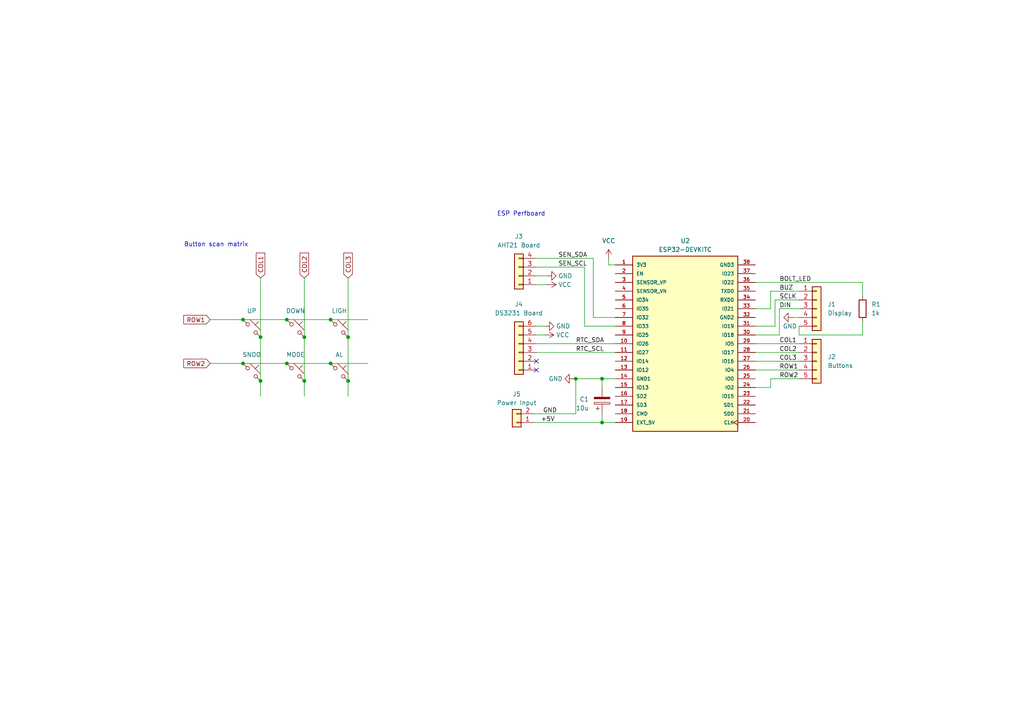
<source format=kicad_sch>
(kicad_sch (version 20230121) (generator eeschema)
  (paper "A4")
  (lib_symbols
    (symbol "Connector_Generic:Conn_01x02" (pin_names (offset 1.016) hide)
      (property "Reference" "J" (at 0 2.54 0))
      (property "Value" "Conn_01x02" (at 0 -5.08 0))
      (symbol "Conn_01x02_1_1"
        (rectangle (start -1.27 -2.413) (end 0 -2.667) (stroke (width 0.1524)))
        (rectangle (start -1.27 0.127) (end 0 -0.127) (stroke (width 0.1524)))
        (rectangle (start -1.27 1.27) (end 1.27 -3.81) (stroke (width 0.254)) (fill (type background)))
        (pin passive line (at -5.08 0 0) (length 3.81) (name "Pin_1") (number "1"))
        (pin passive line (at -5.08 -2.54 0) (length 3.81) (name "Pin_2") (number "2"))
      )
    )
    (symbol "Connector_Generic:Conn_01x04" (pin_names (offset 1.016) hide)
      (property "Reference" "J" (at 0 5.08 0))
      (property "Value" "Conn_01x04" (at 0 -7.62 0))
      (symbol "Conn_01x04_1_1"
        (rectangle (start -1.27 -4.953) (end 0 -5.207) (stroke (width 0.1524)))
        (rectangle (start -1.27 -2.413) (end 0 -2.667) (stroke (width 0.1524)))
        (rectangle (start -1.27 0.127) (end 0 -0.127) (stroke (width 0.1524)))
        (rectangle (start -1.27 2.667) (end 0 2.413) (stroke (width 0.1524)))
        (rectangle (start -1.27 3.81) (end 1.27 -6.35) (stroke (width 0.254)) (fill (type background)))
        (pin passive line (at -5.08 2.54 0) (length 3.81) (name "Pin_1") (number "1"))
        (pin passive line (at -5.08 0 0) (length 3.81) (name "Pin_2") (number "2"))
        (pin passive line (at -5.08 -2.54 0) (length 3.81) (name "Pin_3") (number "3"))
        (pin passive line (at -5.08 -5.08 0) (length 3.81) (name "Pin_4") (number "4"))
      )
    )
    (symbol "Connector_Generic:Conn_01x05" (pin_names (offset 1.016) hide)
      (property "Reference" "J" (at 0 7.62 0))
      (property "Value" "Conn_01x05" (at 0 -7.62 0))
      (symbol "Conn_01x05_1_1"
        (rectangle (start -1.27 -4.953) (end 0 -5.207) (stroke (width 0.1524)))
        (rectangle (start -1.27 -2.413) (end 0 -2.667) (stroke (width 0.1524)))
        (rectangle (start -1.27 0.127) (end 0 -0.127) (stroke (width 0.1524)))
        (rectangle (start -1.27 2.667) (end 0 2.413) (stroke (width 0.1524)))
        (rectangle (start -1.27 5.207) (end 0 4.953) (stroke (width 0.1524)))
        (rectangle (start -1.27 6.35) (end 1.27 -6.35) (stroke (width 0.254)) (fill (type background)))
        (pin passive line (at -5.08 5.08 0) (length 3.81) (name "Pin_1") (number "1"))
        (pin passive line (at -5.08 2.54 0) (length 3.81) (name "Pin_2") (number "2"))
        (pin passive line (at -5.08 0 0) (length 3.81) (name "Pin_3") (number "3"))
        (pin passive line (at -5.08 -2.54 0) (length 3.81) (name "Pin_4") (number "4"))
        (pin passive line (at -5.08 -5.08 0) (length 3.81) (name "Pin_5") (number "5"))
      )
    )
    (symbol "Connector_Generic:Conn_01x06" (pin_names (offset 1.016) hide)
      (property "Reference" "J" (at 0 7.62 0))
      (property "Value" "Conn_01x06" (at 0 -10.16 0))
      (symbol "Conn_01x06_1_1"
        (rectangle (start -1.27 -7.493) (end 0 -7.747) (stroke (width 0.1524)))
        (rectangle (start -1.27 -4.953) (end 0 -5.207) (stroke (width 0.1524)))
        (rectangle (start -1.27 -2.413) (end 0 -2.667) (stroke (width 0.1524)))
        (rectangle (start -1.27 0.127) (end 0 -0.127) (stroke (width 0.1524)))
        (rectangle (start -1.27 2.667) (end 0 2.413) (stroke (width 0.1524)))
        (rectangle (start -1.27 5.207) (end 0 4.953) (stroke (width 0.1524)))
        (rectangle (start -1.27 6.35) (end 1.27 -8.89) (stroke (width 0.254)) (fill (type background)))
        (pin passive line (at -5.08 5.08 0) (length 3.81) (name "Pin_1") (number "1"))
        (pin passive line (at -5.08 2.54 0) (length 3.81) (name "Pin_2") (number "2"))
        (pin passive line (at -5.08 0 0) (length 3.81) (name "Pin_3") (number "3"))
        (pin passive line (at -5.08 -2.54 0) (length 3.81) (name "Pin_4") (number "4"))
        (pin passive line (at -5.08 -5.08 0) (length 3.81) (name "Pin_5") (number "5"))
        (pin passive line (at -5.08 -7.62 0) (length 3.81) (name "Pin_6") (number "6"))
      )
    )
    (symbol "Custom:ESP32-DEVKITC" (pin_names (offset 1.016))
      (property "Reference" "U" (at -15.2572 26.0643 0))
      (property "Value" "ESP32-DEVKITC" (at -15.2563 -27.9698 0))
      (symbol "ESP32-DEVKITC_0_0"
        (rectangle (start -15.24 -25.4) (end 15.24 25.4) (stroke (width 0.254)) (fill (type background)))
        (pin power_in line (at -20.32 22.86 0) (length 5.08) (name "3V3") (number "1"))
        (pin bidirectional line (at -20.32 0 0) (length 5.08) (name "IO26") (number "10"))
        (pin bidirectional line (at -20.32 -2.54 0) (length 5.08) (name "IO27") (number "11"))
        (pin bidirectional line (at -20.32 -5.08 0) (length 5.08) (name "IO14") (number "12"))
        (pin bidirectional line (at -20.32 -7.62 0) (length 5.08) (name "IO12") (number "13"))
        (pin power_in line (at -20.32 -10.16 0) (length 5.08) (name "GND1") (number "14"))
        (pin bidirectional line (at -20.32 -12.7 0) (length 5.08) (name "IO13") (number "15"))
        (pin bidirectional line (at -20.32 -15.24 0) (length 5.08) (name "SD2") (number "16"))
        (pin bidirectional line (at -20.32 -17.78 0) (length 5.08) (name "SD3") (number "17"))
        (pin bidirectional line (at -20.32 -20.32 0) (length 5.08) (name "CMD") (number "18"))
        (pin power_in line (at -20.32 -22.86 0) (length 5.08) (name "EXT_5V") (number "19"))
        (pin input line (at -20.32 20.32 0) (length 5.08) (name "EN") (number "2"))
        (pin input clock (at 20.32 -22.86 180) (length 5.08) (name "CLK") (number "20"))
        (pin bidirectional line (at 20.32 -20.32 180) (length 5.08) (name "SD0") (number "21"))
        (pin bidirectional line (at 20.32 -17.78 180) (length 5.08) (name "SD1") (number "22"))
        (pin bidirectional line (at 20.32 -15.24 180) (length 5.08) (name "IO15") (number "23"))
        (pin bidirectional line (at 20.32 -12.7 180) (length 5.08) (name "IO2") (number "24"))
        (pin bidirectional line (at 20.32 -10.16 180) (length 5.08) (name "IO0") (number "25"))
        (pin bidirectional line (at 20.32 -7.62 180) (length 5.08) (name "IO4") (number "26"))
        (pin bidirectional line (at 20.32 -5.08 180) (length 5.08) (name "IO16") (number "27"))
        (pin bidirectional line (at 20.32 -2.54 180) (length 5.08) (name "IO17") (number "28"))
        (pin bidirectional line (at 20.32 0 180) (length 5.08) (name "IO5") (number "29"))
        (pin input line (at -20.32 17.78 0) (length 5.08) (name "SENSOR_VP") (number "3"))
        (pin bidirectional line (at 20.32 2.54 180) (length 5.08) (name "IO18") (number "30"))
        (pin bidirectional line (at 20.32 5.08 180) (length 5.08) (name "IO19") (number "31"))
        (pin power_in line (at 20.32 7.62 180) (length 5.08) (name "GND2") (number "32"))
        (pin bidirectional line (at 20.32 10.16 180) (length 5.08) (name "IO21") (number "33"))
        (pin input line (at 20.32 12.7 180) (length 5.08) (name "RXD0") (number "34"))
        (pin output line (at 20.32 15.24 180) (length 5.08) (name "TXD0") (number "35"))
        (pin bidirectional line (at 20.32 17.78 180) (length 5.08) (name "IO22") (number "36"))
        (pin bidirectional line (at 20.32 20.32 180) (length 5.08) (name "IO23") (number "37"))
        (pin power_in line (at 20.32 22.86 180) (length 5.08) (name "GND3") (number "38"))
        (pin input line (at -20.32 15.24 0) (length 5.08) (name "SENSOR_VN") (number "4"))
        (pin bidirectional line (at -20.32 12.7 0) (length 5.08) (name "IO34") (number "5"))
        (pin bidirectional line (at -20.32 10.16 0) (length 5.08) (name "IO35") (number "6"))
        (pin bidirectional line (at -20.32 7.62 0) (length 5.08) (name "IO32") (number "7"))
        (pin bidirectional line (at -20.32 5.08 0) (length 5.08) (name "IO33") (number "8"))
        (pin bidirectional line (at -20.32 2.54 0) (length 5.08) (name "IO25") (number "9"))
      )
    )
    (symbol "Device:C_Polarized" (pin_numbers hide) (pin_names (offset 0.254))
      (property "Reference" "C" (at 0.635 2.54 0))
      (property "Value" "C_Polarized" (at 0.635 -2.54 0))
      (symbol "C_Polarized_0_1"
        (rectangle (start -2.286 0.508) (end 2.286 1.016))
        (polyline (pts (xy -1.778 2.286) (xy -0.762 2.286)))
        (polyline (pts (xy -1.27 2.794) (xy -1.27 1.778)))
        (rectangle (start 2.286 -0.508) (end -2.286 -1.016) (fill (type outline)))
      )
      (symbol "C_Polarized_1_1"
        (pin passive line (at 0 3.81 270) (length 2.794) (name "~") (number "1"))
        (pin passive line (at 0 -3.81 90) (length 2.794) (name "~") (number "2"))
      )
    )
    (symbol "Device:R" (pin_numbers hide) (pin_names (offset 0))
      (property "Reference" "R" (at 2.032 0 90))
      (property "Value" "R" (at 0 0 90))
      (symbol "R_0_1"
        (rectangle (start -1.016 -2.54) (end 1.016 2.54) (stroke (width 0.254)))
      )
      (symbol "R_1_1"
        (pin passive line (at 0 3.81 270) (length 1.27) (name "~") (number "1"))
        (pin passive line (at 0 -3.81 90) (length 1.27) (name "~") (number "2"))
      )
    )
    (symbol "Switch:SW_Push_45deg" (pin_numbers hide) (pin_names (offset 1.016) hide)
      (property "Reference" "SW" (at 3.048 1.016 0))
      (property "Value" "SW_Push_45deg" (at 0 -3.81 0))
      (symbol "SW_Push_45deg_0_1"
        (circle (center -1.1684 1.1684) (radius 0.508))
        (polyline (pts (xy -0.508 2.54) (xy 2.54 -0.508)))
        (polyline (pts (xy 1.016 1.016) (xy 2.032 2.032)))
        (polyline (pts (xy -2.54 2.54) (xy -1.524 1.524) (xy -1.524 1.524)))
        (polyline (pts (xy 1.524 -1.524) (xy 2.54 -2.54) (xy 2.54 -2.54) (xy 2.54 -2.54)))
        (circle (center 1.143 -1.1938) (radius 0.508))
        (pin passive line (at -2.54 2.54 0) (length 0) (name "1") (number "1"))
        (pin passive line (at 2.54 -2.54 180) (length 0) (name "2") (number "2"))
      )
    )
    (symbol "power:GND" (power) (pin_names (offset 0))
      (property "Value" "GND" (at 0 -3.81 0))
      (symbol "GND_0_1"
        (polyline (pts (xy 0 0) (xy 0 -1.27) (xy 1.27 -1.27) (xy 0 -2.54) (xy -1.27 -1.27) (xy 0 -1.27)))
      )
      (symbol "GND_1_1"
        (pin power_in line (at 0 0 270) (length 0) hide (name "GND") (number "1"))
      )
    )
    (symbol "power:VCC" (power) (pin_names (offset 0))
      (property "Value" "VCC" (at 0 3.81 0))
      (symbol "VCC_0_1"
        (polyline (pts (xy -0.762 1.27) (xy 0 2.54)))
        (polyline (pts (xy 0 0) (xy 0 2.54)))
        (polyline (pts (xy 0 2.54) (xy 0.762 1.27)))
      )
      (symbol "VCC_1_1"
        (pin power_in line (at 0 0 90) (length 0) hide (name "VCC") (number "1"))
      )
    )
  )
  (junction (at 100.965 97.79))
  (junction (at 70.485 105.41))
  (junction (at 75.565 97.79))
  (junction (at 100.965 110.49))
  (junction (at 83.185 92.71))
  (junction (at 83.185 105.41))
  (junction (at 70.485 92.71))
  (junction (at 95.885 105.41))
  (junction (at 75.565 110.49))
  (junction (at 95.885 92.71))
  (junction (at 174.625 109.855))
  (junction (at 167.005 109.855))
  (junction (at 88.265 97.79))
  (junction (at 88.265 110.49))
  (junction (at 174.625 122.555))
  (no_connect (at 155.575 107.315))
  (no_connect (at 155.575 104.775))
  (wire (pts (xy 155.575 99.695) (xy 178.435 99.695)))
  (wire (pts (xy 224.79 94.615) (xy 219.075 94.615)))
  (wire (pts (xy 174.625 122.555) (xy 178.435 122.555)))
  (wire (pts (xy 174.625 120.015) (xy 174.625 122.555)))
  (wire (pts (xy 75.565 97.79) (xy 75.565 110.49)))
  (wire (pts (xy 155.575 97.155) (xy 158.115 97.155)))
  (wire (pts (xy 158.115 94.615) (xy 155.575 94.615)))
  (wire (pts (xy 223.52 112.395) (xy 223.52 109.855)))
  (wire (pts (xy 219.075 102.235) (xy 231.775 102.235)))
  (wire (pts (xy 155.575 102.235) (xy 178.435 102.235)))
  (wire (pts (xy 174.625 109.855) (xy 178.435 109.855)))
  (wire (pts (xy 155.575 77.47) (xy 169.545 77.47)))
  (wire (pts (xy 100.965 80.645) (xy 100.965 97.79)))
  (wire (pts (xy 154.94 120.015) (xy 167.005 120.015)))
  (wire (pts (xy 219.075 99.695) (xy 231.775 99.695)))
  (wire (pts (xy 231.775 97.155) (xy 231.775 94.615)))
  (wire (pts (xy 250.19 81.915) (xy 250.19 85.725)))
  (wire (pts (xy 169.545 94.615) (xy 178.435 94.615)))
  (wire (pts (xy 226.06 89.535) (xy 231.775 89.535)))
  (wire (pts (xy 75.565 80.645) (xy 75.565 97.79)))
  (wire (pts (xy 166.37 109.855) (xy 167.005 109.855)))
  (wire (pts (xy 229.87 92.075) (xy 231.775 92.075)))
  (wire (pts (xy 223.52 109.855) (xy 231.775 109.855)))
  (wire (pts (xy 169.545 77.47) (xy 169.545 94.615)))
  (wire (pts (xy 88.265 80.645) (xy 88.265 97.79)))
  (wire (pts (xy 224.79 86.995) (xy 224.79 94.615)))
  (wire (pts (xy 60.96 105.41) (xy 70.485 105.41)))
  (wire (pts (xy 219.075 104.775) (xy 231.775 104.775)))
  (wire (pts (xy 167.005 120.015) (xy 167.005 109.855)))
  (wire (pts (xy 155.575 74.93) (xy 172.085 74.93)))
  (wire (pts (xy 219.075 97.155) (xy 226.06 97.155)))
  (wire (pts (xy 172.085 92.075) (xy 178.435 92.075)))
  (wire (pts (xy 155.575 82.55) (xy 158.75 82.55)))
  (wire (pts (xy 95.885 105.41) (xy 106.68 105.41)))
  (wire (pts (xy 231.775 86.995) (xy 224.79 86.995)))
  (wire (pts (xy 88.265 97.79) (xy 88.265 110.49)))
  (wire (pts (xy 250.19 93.345) (xy 250.19 97.155)))
  (wire (pts (xy 70.485 105.41) (xy 83.185 105.41)))
  (wire (pts (xy 219.075 89.535) (xy 223.52 89.535)))
  (wire (pts (xy 223.52 89.535) (xy 223.52 84.455)))
  (wire (pts (xy 83.185 105.41) (xy 95.885 105.41)))
  (wire (pts (xy 223.52 84.455) (xy 231.775 84.455)))
  (wire (pts (xy 70.485 92.71) (xy 83.185 92.71)))
  (wire (pts (xy 95.885 92.71) (xy 106.68 92.71)))
  (wire (pts (xy 226.06 97.155) (xy 226.06 89.535)))
  (wire (pts (xy 219.075 107.315) (xy 231.775 107.315)))
  (wire (pts (xy 154.94 122.555) (xy 174.625 122.555)))
  (wire (pts (xy 219.075 112.395) (xy 223.52 112.395)))
  (wire (pts (xy 167.005 109.855) (xy 174.625 109.855)))
  (wire (pts (xy 75.565 110.49) (xy 75.565 114.935)))
  (wire (pts (xy 155.575 80.01) (xy 158.75 80.01)))
  (wire (pts (xy 100.965 110.49) (xy 100.965 114.935)))
  (wire (pts (xy 100.965 97.79) (xy 100.965 110.49)))
  (wire (pts (xy 176.53 76.835) (xy 178.435 76.835)))
  (wire (pts (xy 83.185 92.71) (xy 95.885 92.71)))
  (wire (pts (xy 250.19 97.155) (xy 231.775 97.155)))
  (wire (pts (xy 176.53 74.93) (xy 176.53 76.835)))
  (wire (pts (xy 219.075 81.915) (xy 250.19 81.915)))
  (wire (pts (xy 174.625 109.855) (xy 174.625 112.395)))
  (wire (pts (xy 60.96 92.71) (xy 70.485 92.71)))
  (wire (pts (xy 172.085 74.93) (xy 172.085 92.075)))
  (wire (pts (xy 88.265 110.49) (xy 88.265 114.935)))
  (text "ESP Perfboard" (at 144.145 62.865 0) (effects (font (size 1.27 1.27)) (justify left bottom)))
  (text "Button scan matrix" (at 53.34 71.755 0) (effects (font (size 1.27 1.27)) (justify left bottom)))
  (label "COL3" (at 226.06 104.775 0))
  (label "RTC_SCL" (at 167.005 102.235 0))
  (label "+5V" (at 156.845 122.555 0))
  (label "COL2" (at 226.06 102.235 0))
  (label "RTC_SDA" (at 167.005 99.695 0))
  (label "ROW1" (at 226.06 107.315 0))
  (label "COL1" (at 226.06 99.695 0))
  (label "BOLT_LED" (at 226.06 81.915 0))
  (label "ROW2" (at 226.06 109.855 0))
  (label "SEN_SDA" (at 161.925 74.93 0))
  (label "DIN" (at 226.06 89.535 0))
  (label "BUZ" (at 226.06 84.455 0))
  (label "SCLK" (at 226.06 86.995 0))
  (label "SEN_SCL" (at 161.925 77.47 0))
  (label "GND" (at 157.48 120.015 0))
  (global_label "COL1" (shape input) (at 75.565 80.645 90) (property "Intersheetrefs" "${INTERSHEET_REFS}" (effects hide)))
  (global_label "COL2" (shape input) (at 88.265 80.645 90) (property "Intersheetrefs" "${INTERSHEET_REFS}" (effects hide)))
  (global_label "ROW1" (shape input) (at 60.96 92.71 180) (property "Intersheetrefs" "${INTERSHEET_REFS}" (effects hide)))
  (global_label "COL3" (shape input) (at 100.965 80.645 90) (property "Intersheetrefs" "${INTERSHEET_REFS}" (effects hide)))
  (global_label "ROW2" (shape input) (at 60.96 105.41 180) (property "Intersheetrefs" "${INTERSHEET_REFS}" (effects hide)))
  (symbol (lib_id "Switch:SW_Push_45deg") (at 85.725 95.25 0) (unit 1)
    (property "Reference" "SW2" (effects hide))
    (property "Value" "DOWN" (at 85.725 90.17 0))
  )
  (symbol (lib_id "Connector_Generic:Conn_01x05") (at 236.855 104.775 0) (unit 1)
    (property "Reference" "J2" (at 240.03 103.505 0) (effects (justify left)))
    (property "Value" "Buttons" (at 240.03 106.045 0) (effects (justify left)))
  )
  (symbol (lib_id "Switch:SW_Push_45deg") (at 98.425 95.25 0) (unit 1)
    (property "Reference" "SW3" (effects hide))
    (property "Value" "LIGH" (at 98.425 90.17 0))
  )
  (symbol (lib_id "Connector_Generic:Conn_01x05") (at 236.855 89.535 0) (unit 1)
    (property "Reference" "J1" (at 240.03 88.265 0) (effects (justify left)))
    (property "Value" "Display" (at 240.03 90.805 0) (effects (justify left)))
  )
  (symbol (lib_id "Device:R") (at 250.19 89.535 180) (unit 1)
    (property "Reference" "R1" (at 252.73 88.265 0) (effects (justify right)))
    (property "Value" "1k" (at 252.73 90.805 0) (effects (justify right)))
  )
  (symbol (lib_id "power:GND") (at 166.37 109.855 270) (unit 1)
    (property "Reference" "#PWR02" (effects hide))
    (property "Value" "GND" (at 163.195 109.855 90) (effects (justify right)))
  )
  (symbol (lib_id "power:GND") (at 229.87 92.075 270) (unit 1)
    (property "Reference" "#PWR07" (effects hide))
    (property "Value" "GND" (at 231.14 94.615 90) (effects (justify right)))
  )
  (symbol (lib_id "power:GND") (at 158.75 80.01 90) (unit 1)
    (property "Reference" "#PWR05" (effects hide))
    (property "Value" "GND" (at 161.925 80.01 90) (effects (justify right)))
  )
  (symbol (lib_id "power:VCC") (at 158.115 97.155 270) (unit 1)
    (property "Reference" "#PWR04" (effects hide))
    (property "Value" "VCC" (at 161.29 97.155 90) (effects (justify left)))
  )
  (symbol (lib_id "Switch:SW_Push_45deg") (at 85.725 107.95 0) (unit 1)
    (property "Reference" "SW5" (effects hide))
    (property "Value" "MODE" (at 85.725 102.87 0))
  )
  (symbol (lib_id "power:VCC") (at 176.53 74.93 0) (unit 1)
    (property "Reference" "#PWR01" (effects hide))
    (property "Value" "VCC" (at 176.53 69.85 0))
  )
  (symbol (lib_id "Custom:ESP32-DEVKITC") (at 198.755 99.695 0) (unit 1)
    (property "Reference" "U2" (at 198.755 69.85 0))
    (property "Value" "ESP32-DEVKITC" (at 198.755 72.39 0))
    (property "Footprint" "MODULE_ESP32-DEVKITC" (effects hide))
    (property "PARTREV" "N/A" (effects hide))
    (property "STANDARD" "Manufacturer Recommendations" (effects hide))
    (property "MANUFACTURER" "ESPRESSIF" (effects hide))
  )
  (symbol (lib_id "Connector_Generic:Conn_01x02") (at 149.86 122.555 180) (unit 1)
    (property "Reference" "J5" (at 149.86 114.3 0))
    (property "Value" "Power Input" (at 149.86 116.84 0))
  )
  (symbol (lib_id "Switch:SW_Push_45deg") (at 98.425 107.95 0) (unit 1)
    (property "Reference" "SW6" (effects hide))
    (property "Value" "AL" (at 98.425 102.87 0))
  )
  (symbol (lib_id "Device:C_Polarized") (at 174.625 116.205 0) (mirror x) (unit 1)
    (property "Reference" "C1" (at 170.815 115.824 0) (effects (justify right)))
    (property "Value" "10u" (at 170.815 118.364 0) (effects (justify right)))
  )
  (symbol (lib_id "Connector_Generic:Conn_01x04") (at 150.495 80.01 180) (unit 1)
    (property "Reference" "J3" (at 150.495 68.58 0))
    (property "Value" "AHT21 Board" (at 150.495 71.12 0))
  )
  (symbol (lib_id "Switch:SW_Push_45deg") (at 73.025 107.95 0) (unit 1)
    (property "Reference" "SW4" (effects hide))
    (property "Value" "SNOO" (at 73.025 102.87 0))
  )
  (symbol (lib_id "power:VCC") (at 158.75 82.55 270) (unit 1)
    (property "Reference" "#PWR06" (effects hide))
    (property "Value" "VCC" (at 161.925 82.55 90) (effects (justify left)))
  )
  (symbol (lib_id "power:GND") (at 158.115 94.615 90) (unit 1)
    (property "Reference" "#PWR03" (effects hide))
    (property "Value" "GND" (at 161.29 94.615 90) (effects (justify right)))
  )
  (symbol (lib_id "Connector_Generic:Conn_01x06") (at 150.495 102.235 180) (unit 1)
    (property "Reference" "J4" (at 150.495 88.265 0))
    (property "Value" "DS3231 Board" (at 150.495 90.805 0))
  )
  (symbol (lib_id "Switch:SW_Push_45deg") (at 73.025 95.25 0) (unit 1)
    (property "Reference" "SW1" (effects hide))
    (property "Value" "UP" (at 73.025 90.17 0))
  )
)
</source>
